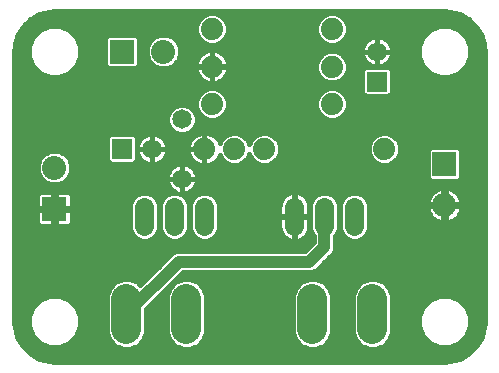
<source format=gbl>
G75*
%MOIN*%
%OFA0B0*%
%FSLAX24Y24*%
%IPPOS*%
%LPD*%
%AMOC8*
5,1,8,0,0,1.08239X$1,22.5*
%
%ADD10C,0.0640*%
%ADD11C,0.0650*%
%ADD12R,0.0650X0.0650*%
%ADD13C,0.0740*%
%ADD14R,0.0800X0.0800*%
%ADD15C,0.0800*%
%ADD16C,0.1000*%
%ADD17C,0.0160*%
%ADD18C,0.0400*%
D10*
X004680Y004860D02*
X004680Y005500D01*
X005680Y005500D02*
X005680Y004860D01*
X006680Y004860D02*
X006680Y005500D01*
X009680Y005500D02*
X009680Y004860D01*
X010680Y004860D02*
X010680Y005500D01*
X011680Y005500D02*
X011680Y004860D01*
D11*
X005930Y006446D03*
X004930Y007430D03*
X005930Y008414D03*
X012430Y010680D03*
D12*
X012430Y009680D03*
X003930Y007430D03*
D13*
X006680Y007430D03*
X007680Y007430D03*
X008680Y007430D03*
X006930Y008930D03*
X006930Y010180D03*
X006930Y011430D03*
X010930Y011430D03*
X010930Y010180D03*
X010930Y008930D03*
X012680Y007430D03*
D14*
X014680Y006930D03*
X003930Y010680D03*
X001680Y005430D03*
D15*
X001680Y006808D03*
X005308Y010680D03*
X014680Y005552D03*
D16*
X012280Y002430D02*
X012280Y001430D01*
X010280Y001430D02*
X010280Y002430D01*
X006080Y002430D02*
X006080Y001430D01*
X004080Y001430D02*
X004080Y002430D01*
D17*
X000826Y000656D02*
X015534Y000656D01*
X015496Y000617D02*
X015193Y000442D01*
X014855Y000351D01*
X014680Y000340D01*
X001680Y000340D01*
X001505Y000351D01*
X001167Y000442D01*
X000864Y000617D01*
X000617Y000864D01*
X000442Y001167D01*
X000351Y001505D01*
X000340Y001680D01*
X000340Y010680D01*
X000351Y010855D01*
X000442Y011193D01*
X000617Y011496D01*
X000864Y011743D01*
X001167Y011918D01*
X001505Y012009D01*
X001680Y012020D01*
X014680Y012020D01*
X014855Y012009D01*
X015193Y011918D01*
X015496Y011743D01*
X015743Y011496D01*
X015918Y011193D01*
X016009Y010855D01*
X016020Y010680D01*
X016020Y001680D01*
X016009Y001505D01*
X015918Y001167D01*
X015743Y000864D01*
X015496Y000617D01*
X015288Y000497D02*
X001072Y000497D01*
X001167Y000442D02*
X001167Y000442D01*
X001199Y000959D02*
X001511Y000830D01*
X001630Y000830D01*
X001849Y000830D01*
X002161Y000959D01*
X002161Y000959D01*
X002401Y001199D01*
X002530Y001511D01*
X002530Y001849D01*
X002401Y002161D01*
X002401Y002161D01*
X002161Y002401D01*
X001849Y002530D01*
X001511Y002530D01*
X001199Y002401D01*
X001199Y002401D01*
X000959Y002161D01*
X000830Y001849D01*
X000830Y001511D01*
X000959Y001199D01*
X001199Y000959D01*
X001199Y000959D01*
X001199Y000959D01*
X001185Y000973D02*
X000554Y000973D01*
X000667Y000814D02*
X003842Y000814D01*
X003949Y000770D02*
X003706Y000870D01*
X003520Y001056D01*
X003420Y001299D01*
X003420Y002561D01*
X003520Y002804D01*
X003706Y002990D01*
X003949Y003090D01*
X004211Y003090D01*
X004454Y002990D01*
X004542Y002901D01*
X005626Y003985D01*
X005758Y004040D01*
X010031Y004040D01*
X010320Y004329D01*
X010320Y004541D01*
X010273Y004588D01*
X010200Y004765D01*
X010200Y005595D01*
X010273Y005772D01*
X010408Y005907D01*
X010585Y005980D01*
X010775Y005980D01*
X010952Y005907D01*
X011087Y005772D01*
X011160Y005595D01*
X011160Y004765D01*
X011087Y004588D01*
X011040Y004541D01*
X011040Y004108D01*
X010985Y003976D01*
X010485Y003476D01*
X010384Y003375D01*
X010252Y003320D01*
X005979Y003320D01*
X004740Y002081D01*
X004740Y001299D01*
X004640Y001056D01*
X004454Y000870D01*
X004211Y000770D01*
X003949Y000770D01*
X004318Y000814D02*
X005842Y000814D01*
X005949Y000770D02*
X005706Y000870D01*
X005520Y001056D01*
X005420Y001299D01*
X005420Y002561D01*
X005520Y002804D01*
X005706Y002990D01*
X005949Y003090D01*
X006211Y003090D01*
X006454Y002990D01*
X006640Y002804D01*
X006740Y002561D01*
X006740Y001299D01*
X006640Y001056D01*
X006454Y000870D01*
X006211Y000770D01*
X005949Y000770D01*
X006318Y000814D02*
X010042Y000814D01*
X010149Y000770D02*
X009906Y000870D01*
X009720Y001056D01*
X009620Y001299D01*
X009620Y002561D01*
X009720Y002804D01*
X009906Y002990D01*
X010149Y003090D01*
X010411Y003090D01*
X010654Y002990D01*
X010840Y002804D01*
X010940Y002561D01*
X010940Y001299D01*
X010840Y001056D01*
X010654Y000870D01*
X010411Y000770D01*
X010149Y000770D01*
X010518Y000814D02*
X012042Y000814D01*
X012149Y000770D02*
X011906Y000870D01*
X011720Y001056D01*
X011620Y001299D01*
X011620Y002561D01*
X011720Y002804D01*
X011906Y002990D01*
X012149Y003090D01*
X012411Y003090D01*
X012654Y002990D01*
X012840Y002804D01*
X012940Y002561D01*
X012940Y001299D01*
X012840Y001056D01*
X012654Y000870D01*
X012411Y000770D01*
X012149Y000770D01*
X012518Y000814D02*
X015693Y000814D01*
X015806Y000973D02*
X015175Y000973D01*
X015161Y000959D02*
X015401Y001199D01*
X015530Y001511D01*
X015530Y001849D01*
X015401Y002161D01*
X015401Y002161D01*
X015161Y002401D01*
X014849Y002530D01*
X014511Y002530D01*
X014199Y002401D01*
X014199Y002401D01*
X013959Y002161D01*
X013830Y001849D01*
X013830Y001511D01*
X013959Y001199D01*
X014199Y000959D01*
X014511Y000830D01*
X014730Y000830D01*
X014849Y000830D01*
X014849Y000830D01*
X015161Y000959D01*
X015161Y000959D01*
X015333Y001131D02*
X015897Y001131D01*
X015951Y001290D02*
X015438Y001290D01*
X015401Y001199D02*
X015401Y001199D01*
X015504Y001448D02*
X015993Y001448D01*
X016015Y001607D02*
X015530Y001607D01*
X015530Y001765D02*
X016020Y001765D01*
X016020Y001924D02*
X015499Y001924D01*
X015434Y002082D02*
X016020Y002082D01*
X016020Y002241D02*
X015322Y002241D01*
X015163Y002399D02*
X016020Y002399D01*
X016020Y002558D02*
X012940Y002558D01*
X012940Y002399D02*
X014197Y002399D01*
X014038Y002241D02*
X012940Y002241D01*
X012940Y002082D02*
X013926Y002082D01*
X013959Y002161D02*
X013959Y002161D01*
X013861Y001924D02*
X012940Y001924D01*
X012940Y001765D02*
X013830Y001765D01*
X013830Y001607D02*
X012940Y001607D01*
X012940Y001448D02*
X013856Y001448D01*
X013922Y001290D02*
X012936Y001290D01*
X012871Y001131D02*
X014027Y001131D01*
X013959Y001199D02*
X013959Y001199D01*
X014185Y000973D02*
X012756Y000973D01*
X011804Y000973D02*
X010756Y000973D01*
X010871Y001131D02*
X011689Y001131D01*
X011624Y001290D02*
X010936Y001290D01*
X010940Y001448D02*
X011620Y001448D01*
X011620Y001607D02*
X010940Y001607D01*
X010940Y001765D02*
X011620Y001765D01*
X011620Y001924D02*
X010940Y001924D01*
X010940Y002082D02*
X011620Y002082D01*
X011620Y002241D02*
X010940Y002241D01*
X010940Y002399D02*
X011620Y002399D01*
X011620Y002558D02*
X010940Y002558D01*
X010876Y002716D02*
X011684Y002716D01*
X011791Y002875D02*
X010769Y002875D01*
X010549Y003033D02*
X012011Y003033D01*
X012549Y003033D02*
X016020Y003033D01*
X016020Y002875D02*
X012769Y002875D01*
X012876Y002716D02*
X016020Y002716D01*
X016020Y003192D02*
X005851Y003192D01*
X005811Y003033D02*
X005692Y003033D01*
X005591Y002875D02*
X005534Y002875D01*
X005484Y002716D02*
X005375Y002716D01*
X005420Y002558D02*
X005217Y002558D01*
X005058Y002399D02*
X005420Y002399D01*
X005420Y002241D02*
X004900Y002241D01*
X004741Y002082D02*
X005420Y002082D01*
X005420Y001924D02*
X004740Y001924D01*
X004740Y001765D02*
X005420Y001765D01*
X005420Y001607D02*
X004740Y001607D01*
X004740Y001448D02*
X005420Y001448D01*
X005424Y001290D02*
X004736Y001290D01*
X004671Y001131D02*
X005489Y001131D01*
X005604Y000973D02*
X004556Y000973D01*
X003604Y000973D02*
X002175Y000973D01*
X002333Y001131D02*
X003489Y001131D01*
X003424Y001290D02*
X002438Y001290D01*
X002401Y001199D02*
X002401Y001199D01*
X002504Y001448D02*
X003420Y001448D01*
X003420Y001607D02*
X002530Y001607D01*
X002530Y001765D02*
X003420Y001765D01*
X003420Y001924D02*
X002499Y001924D01*
X002434Y002082D02*
X003420Y002082D01*
X003420Y002241D02*
X002322Y002241D01*
X002163Y002399D02*
X003420Y002399D01*
X003420Y002558D02*
X000340Y002558D01*
X000340Y002716D02*
X003484Y002716D01*
X003591Y002875D02*
X000340Y002875D01*
X000340Y003033D02*
X003811Y003033D01*
X004349Y003033D02*
X004674Y003033D01*
X004832Y003192D02*
X000340Y003192D01*
X000340Y003350D02*
X004991Y003350D01*
X005149Y003509D02*
X000340Y003509D01*
X000340Y003667D02*
X005308Y003667D01*
X005466Y003826D02*
X000340Y003826D01*
X000340Y003984D02*
X005625Y003984D01*
X005585Y004380D02*
X005775Y004380D01*
X005952Y004453D01*
X006087Y004588D01*
X006160Y004765D01*
X006160Y005595D01*
X006087Y005772D01*
X005952Y005907D01*
X005858Y005946D01*
X005890Y005941D01*
X005930Y005941D01*
X005970Y005941D01*
X006048Y005953D01*
X006124Y005978D01*
X006195Y006014D01*
X006259Y006061D01*
X006315Y006117D01*
X006362Y006181D01*
X006398Y006252D01*
X006423Y006327D01*
X006435Y006406D01*
X006435Y006446D01*
X006435Y006485D01*
X006423Y006564D01*
X006398Y006640D01*
X006362Y006710D01*
X006315Y006775D01*
X006259Y006831D01*
X006195Y006878D01*
X006124Y006914D01*
X006048Y006938D01*
X005970Y006951D01*
X005930Y006951D01*
X005890Y006951D01*
X005812Y006938D01*
X005736Y006914D01*
X005665Y006878D01*
X005601Y006831D01*
X005545Y006775D01*
X005498Y006710D01*
X005462Y006640D01*
X005437Y006564D01*
X005425Y006485D01*
X005425Y006446D01*
X005930Y006446D01*
X005930Y006951D01*
X005930Y006446D01*
X005930Y006446D01*
X006435Y006446D01*
X005930Y006446D01*
X005930Y006446D01*
X005930Y006446D01*
X005425Y006446D01*
X005425Y006406D01*
X005437Y006327D01*
X005462Y006252D01*
X005498Y006181D01*
X005545Y006117D01*
X005601Y006061D01*
X005665Y006014D01*
X005732Y005980D01*
X005585Y005980D01*
X005408Y005907D01*
X005273Y005772D01*
X005200Y005595D01*
X005200Y004765D01*
X005273Y004588D01*
X005408Y004453D01*
X005585Y004380D01*
X005402Y004460D02*
X004958Y004460D01*
X004952Y004453D02*
X005087Y004588D01*
X005160Y004765D01*
X005160Y005595D01*
X005087Y005772D01*
X004952Y005907D01*
X004775Y005980D01*
X004585Y005980D01*
X004408Y005907D01*
X004273Y005772D01*
X004200Y005595D01*
X004200Y004765D01*
X004273Y004588D01*
X004408Y004453D01*
X004585Y004380D01*
X004775Y004380D01*
X004952Y004453D01*
X005099Y004618D02*
X005261Y004618D01*
X005200Y004777D02*
X005160Y004777D01*
X005160Y004935D02*
X005200Y004935D01*
X005200Y005094D02*
X005160Y005094D01*
X005160Y005252D02*
X005200Y005252D01*
X005200Y005411D02*
X005160Y005411D01*
X005160Y005569D02*
X005200Y005569D01*
X005255Y005728D02*
X005105Y005728D01*
X004973Y005886D02*
X005387Y005886D01*
X005623Y006045D02*
X000340Y006045D01*
X000340Y005886D02*
X001109Y005886D01*
X001112Y005899D02*
X001100Y005854D01*
X001100Y005468D01*
X001642Y005468D01*
X001642Y006010D01*
X001256Y006010D01*
X001211Y005998D01*
X001169Y005974D01*
X001136Y005941D01*
X001112Y005899D01*
X001100Y005728D02*
X000340Y005728D01*
X000340Y005569D02*
X001100Y005569D01*
X001100Y005392D02*
X001100Y005006D01*
X001112Y004961D01*
X001136Y004919D01*
X001169Y004886D01*
X001211Y004862D01*
X001256Y004850D01*
X001642Y004850D01*
X001642Y005392D01*
X001718Y005392D01*
X001718Y005468D01*
X001642Y005468D01*
X001642Y005392D01*
X001100Y005392D01*
X001100Y005252D02*
X000340Y005252D01*
X000340Y005094D02*
X001100Y005094D01*
X001127Y004935D02*
X000340Y004935D01*
X000340Y004777D02*
X004200Y004777D01*
X004200Y004935D02*
X002233Y004935D01*
X002224Y004919D02*
X002248Y004961D01*
X002260Y005006D01*
X002260Y005392D01*
X001718Y005392D01*
X001718Y004850D01*
X002104Y004850D01*
X002149Y004862D01*
X002191Y004886D01*
X002224Y004919D01*
X002260Y005094D02*
X004200Y005094D01*
X004200Y005252D02*
X002260Y005252D01*
X002260Y005468D02*
X002260Y005854D01*
X002248Y005899D01*
X002224Y005941D01*
X002191Y005974D01*
X002149Y005998D01*
X002104Y006010D01*
X001718Y006010D01*
X001718Y005468D01*
X002260Y005468D01*
X002260Y005569D02*
X004200Y005569D01*
X004255Y005728D02*
X002260Y005728D01*
X002251Y005886D02*
X004387Y005886D01*
X004200Y005411D02*
X001718Y005411D01*
X001642Y005411D02*
X000340Y005411D01*
X000340Y004618D02*
X004261Y004618D01*
X004402Y004460D02*
X000340Y004460D01*
X000340Y004301D02*
X010292Y004301D01*
X010133Y004143D02*
X000340Y004143D01*
X001642Y004935D02*
X001718Y004935D01*
X001718Y005094D02*
X001642Y005094D01*
X001642Y005252D02*
X001718Y005252D01*
X001718Y005569D02*
X001642Y005569D01*
X001642Y005728D02*
X001718Y005728D01*
X001718Y005886D02*
X001642Y005886D01*
X001569Y006248D02*
X001791Y006248D01*
X001997Y006333D01*
X002155Y006491D01*
X002240Y006697D01*
X002240Y006919D01*
X002155Y007125D01*
X001997Y007283D01*
X001791Y007368D01*
X001569Y007368D01*
X001363Y007283D01*
X001205Y007125D01*
X001120Y006919D01*
X001120Y006697D01*
X001205Y006491D01*
X001363Y006333D01*
X001569Y006248D01*
X001334Y006362D02*
X000340Y006362D01*
X000340Y006520D02*
X001193Y006520D01*
X001127Y006679D02*
X000340Y006679D01*
X000340Y006837D02*
X001120Y006837D01*
X001152Y006996D02*
X000340Y006996D01*
X000340Y007154D02*
X001234Y007154D01*
X001435Y007313D02*
X000340Y007313D01*
X000340Y007471D02*
X003445Y007471D01*
X003445Y007313D02*
X001925Y007313D01*
X002126Y007154D02*
X003445Y007154D01*
X003445Y007039D02*
X003539Y006945D01*
X004321Y006945D01*
X004415Y007039D01*
X004415Y007821D01*
X004321Y007915D01*
X003539Y007915D01*
X003445Y007821D01*
X003445Y007039D01*
X003488Y006996D02*
X002208Y006996D01*
X002240Y006837D02*
X005609Y006837D01*
X005482Y006679D02*
X002233Y006679D01*
X002167Y006520D02*
X005430Y006520D01*
X005432Y006362D02*
X002026Y006362D01*
X000340Y006203D02*
X005487Y006203D01*
X005930Y006203D02*
X005930Y006203D01*
X005930Y006362D02*
X005930Y006362D01*
X005930Y006446D02*
X005930Y005941D01*
X005930Y006446D01*
X005930Y006446D01*
X005930Y006520D02*
X005930Y006520D01*
X005930Y006679D02*
X005930Y006679D01*
X005930Y006837D02*
X005930Y006837D01*
X006251Y006837D02*
X014120Y006837D01*
X014120Y006679D02*
X006378Y006679D01*
X006469Y006920D02*
X006551Y006894D01*
X006637Y006880D01*
X006680Y006880D01*
X006723Y006880D01*
X006809Y006894D01*
X006891Y006920D01*
X006968Y006960D01*
X007038Y007010D01*
X007100Y007072D01*
X007150Y007142D01*
X007190Y007219D01*
X007191Y007224D01*
X007231Y007130D01*
X007380Y006981D01*
X007575Y006900D01*
X007785Y006900D01*
X007980Y006981D01*
X008129Y007130D01*
X008180Y007252D01*
X008231Y007130D01*
X008380Y006981D01*
X008575Y006900D01*
X008785Y006900D01*
X008980Y006981D01*
X009129Y007130D01*
X009210Y007325D01*
X009210Y007535D01*
X009129Y007730D01*
X008980Y007879D01*
X008785Y007960D01*
X008575Y007960D01*
X008380Y007879D01*
X008231Y007730D01*
X008180Y007608D01*
X008129Y007730D01*
X007980Y007879D01*
X007785Y007960D01*
X007575Y007960D01*
X007380Y007879D01*
X007231Y007730D01*
X007191Y007636D01*
X007190Y007641D01*
X007150Y007718D01*
X007100Y007788D01*
X007288Y007788D01*
X007100Y007788D02*
X007038Y007850D01*
X006968Y007900D01*
X006891Y007940D01*
X006809Y007966D01*
X006723Y007980D01*
X006680Y007980D01*
X006680Y007430D01*
X006680Y007430D01*
X006680Y007980D01*
X006637Y007980D01*
X006551Y007966D01*
X006469Y007940D01*
X006392Y007900D01*
X006322Y007850D01*
X006260Y007788D01*
X005286Y007788D01*
X005259Y007815D02*
X005195Y007862D01*
X005124Y007898D01*
X005048Y007923D01*
X004970Y007935D01*
X004930Y007935D01*
X004930Y007430D01*
X005435Y007430D01*
X005435Y007470D01*
X005423Y007548D01*
X005398Y007624D01*
X005362Y007695D01*
X005315Y007759D01*
X005259Y007815D01*
X005395Y007630D02*
X006167Y007630D01*
X006170Y007641D02*
X006144Y007559D01*
X006130Y007473D01*
X006130Y007430D01*
X006680Y007430D01*
X006680Y006880D01*
X006680Y007430D01*
X006680Y007430D01*
X006680Y007430D01*
X006130Y007430D01*
X006130Y007387D01*
X006144Y007301D01*
X006170Y007219D01*
X006210Y007142D01*
X006260Y007072D01*
X006322Y007010D01*
X006392Y006960D01*
X006469Y006920D01*
X006342Y006996D02*
X005190Y006996D01*
X005195Y006998D02*
X005259Y007045D01*
X005315Y007101D01*
X005362Y007165D01*
X005398Y007236D01*
X005423Y007312D01*
X005435Y007390D01*
X005435Y007430D01*
X004930Y007430D01*
X004930Y007430D01*
X004930Y007430D01*
X004930Y006925D01*
X004970Y006925D01*
X005048Y006937D01*
X005124Y006962D01*
X005195Y006998D01*
X005354Y007154D02*
X006203Y007154D01*
X006142Y007313D02*
X005423Y007313D01*
X005435Y007471D02*
X006130Y007471D01*
X006170Y007641D02*
X006210Y007718D01*
X006260Y007788D01*
X006205Y008003D02*
X006341Y008140D01*
X006415Y008318D01*
X006415Y008511D01*
X006341Y008689D01*
X006205Y008825D01*
X006026Y008899D01*
X005834Y008899D01*
X005655Y008825D01*
X005519Y008689D01*
X005445Y008511D01*
X005445Y008318D01*
X005519Y008140D01*
X005655Y008003D01*
X005834Y007929D01*
X006026Y007929D01*
X006205Y008003D01*
X006307Y008105D02*
X016020Y008105D01*
X016020Y007947D02*
X012818Y007947D01*
X012785Y007960D02*
X012575Y007960D01*
X012380Y007879D01*
X012231Y007730D01*
X012150Y007535D01*
X012150Y007325D01*
X012231Y007130D01*
X012380Y006981D01*
X012575Y006900D01*
X012785Y006900D01*
X012980Y006981D01*
X013129Y007130D01*
X013210Y007325D01*
X013210Y007535D01*
X013129Y007730D01*
X012980Y007879D01*
X012785Y007960D01*
X013072Y007788D02*
X016020Y007788D01*
X016020Y007630D02*
X013171Y007630D01*
X013210Y007471D02*
X014195Y007471D01*
X014214Y007490D02*
X014120Y007396D01*
X014120Y006464D01*
X014214Y006370D01*
X015146Y006370D01*
X015240Y006464D01*
X015240Y007396D01*
X015146Y007490D01*
X014214Y007490D01*
X014120Y007313D02*
X013205Y007313D01*
X013139Y007154D02*
X014120Y007154D01*
X014120Y006996D02*
X012995Y006996D01*
X012365Y006996D02*
X008995Y006996D01*
X009139Y007154D02*
X012221Y007154D01*
X012155Y007313D02*
X009205Y007313D01*
X009210Y007471D02*
X012150Y007471D01*
X012189Y007630D02*
X009171Y007630D01*
X009072Y007788D02*
X012288Y007788D01*
X012542Y007947D02*
X008818Y007947D01*
X008542Y007947D02*
X007818Y007947D01*
X007542Y007947D02*
X006870Y007947D01*
X006680Y007947D02*
X006680Y007947D01*
X006680Y007788D02*
X006680Y007788D01*
X006490Y007947D02*
X006068Y007947D01*
X005792Y007947D02*
X000340Y007947D01*
X000340Y008105D02*
X005553Y008105D01*
X005467Y008264D02*
X000340Y008264D01*
X000340Y008422D02*
X005445Y008422D01*
X005474Y008581D02*
X000340Y008581D01*
X000340Y008739D02*
X005569Y008739D01*
X005829Y008898D02*
X000340Y008898D01*
X000340Y009056D02*
X006409Y009056D01*
X006400Y009035D02*
X006400Y008825D01*
X006481Y008630D01*
X006630Y008481D01*
X006825Y008400D01*
X007035Y008400D01*
X007230Y008481D01*
X007379Y008630D01*
X007460Y008825D01*
X007460Y009035D01*
X007379Y009230D01*
X007230Y009379D01*
X007035Y009460D01*
X006825Y009460D01*
X006630Y009379D01*
X006481Y009230D01*
X006400Y009035D01*
X006474Y009215D02*
X000340Y009215D01*
X000340Y009373D02*
X006623Y009373D01*
X006801Y009644D02*
X006887Y009630D01*
X006921Y009630D01*
X006921Y010171D01*
X006939Y010171D01*
X006939Y010189D01*
X007480Y010189D01*
X007480Y010223D01*
X007466Y010309D01*
X007440Y010391D01*
X007400Y010468D01*
X007350Y010538D01*
X007288Y010600D01*
X007218Y010650D01*
X007141Y010690D01*
X007059Y010716D01*
X006973Y010730D01*
X006939Y010730D01*
X006939Y010189D01*
X006921Y010189D01*
X006921Y010730D01*
X006887Y010730D01*
X006801Y010716D01*
X006719Y010690D01*
X006642Y010650D01*
X006572Y010600D01*
X006510Y010538D01*
X006460Y010468D01*
X006420Y010391D01*
X006394Y010309D01*
X006380Y010223D01*
X006380Y010189D01*
X006921Y010189D01*
X006921Y010171D01*
X006380Y010171D01*
X006380Y010137D01*
X006394Y010051D01*
X006420Y009969D01*
X006460Y009892D01*
X006510Y009822D01*
X006572Y009760D01*
X006642Y009710D01*
X006719Y009670D01*
X006801Y009644D01*
X006921Y009690D02*
X006939Y009690D01*
X006939Y009630D02*
X006973Y009630D01*
X007059Y009644D01*
X007141Y009670D01*
X007218Y009710D01*
X007288Y009760D01*
X007350Y009822D01*
X007400Y009892D01*
X007440Y009969D01*
X007466Y010051D01*
X007480Y010137D01*
X007480Y010171D01*
X006939Y010171D01*
X006939Y009630D01*
X007180Y009690D02*
X010728Y009690D01*
X010825Y009650D02*
X010630Y009731D01*
X010481Y009880D01*
X010400Y010075D01*
X010400Y010285D01*
X010481Y010480D01*
X010630Y010629D01*
X010825Y010710D01*
X011035Y010710D01*
X011230Y010629D01*
X011379Y010480D01*
X011460Y010285D01*
X011460Y010075D01*
X011379Y009880D01*
X011230Y009731D01*
X011035Y009650D01*
X010825Y009650D01*
X010825Y009460D02*
X010630Y009379D01*
X010481Y009230D01*
X010400Y009035D01*
X010400Y008825D01*
X010481Y008630D01*
X010630Y008481D01*
X010825Y008400D01*
X011035Y008400D01*
X011230Y008481D01*
X011379Y008630D01*
X011460Y008825D01*
X011460Y009035D01*
X011379Y009230D01*
X011230Y009379D01*
X011035Y009460D01*
X010825Y009460D01*
X010623Y009373D02*
X007237Y009373D01*
X007386Y009215D02*
X010474Y009215D01*
X010409Y009056D02*
X007451Y009056D01*
X007460Y008898D02*
X010400Y008898D01*
X010435Y008739D02*
X007425Y008739D01*
X007330Y008581D02*
X010530Y008581D01*
X010771Y008422D02*
X007089Y008422D01*
X006771Y008422D02*
X006415Y008422D01*
X006386Y008581D02*
X006530Y008581D01*
X006435Y008739D02*
X006291Y008739D01*
X006400Y008898D02*
X006031Y008898D01*
X006393Y008264D02*
X016020Y008264D01*
X016020Y008422D02*
X011089Y008422D01*
X011330Y008581D02*
X016020Y008581D01*
X016020Y008739D02*
X011425Y008739D01*
X011460Y008898D02*
X016020Y008898D01*
X016020Y009056D02*
X011451Y009056D01*
X011386Y009215D02*
X012019Y009215D01*
X012039Y009195D02*
X011945Y009289D01*
X011945Y010071D01*
X012039Y010165D01*
X012821Y010165D01*
X012915Y010071D01*
X012915Y009289D01*
X012821Y009195D01*
X012039Y009195D01*
X011945Y009373D02*
X011237Y009373D01*
X011132Y009690D02*
X011945Y009690D01*
X011945Y009532D02*
X000340Y009532D01*
X000340Y009690D02*
X006680Y009690D01*
X006491Y009849D02*
X001894Y009849D01*
X001849Y009830D02*
X002161Y009959D01*
X002161Y009959D01*
X002401Y010199D01*
X002530Y010511D01*
X002530Y010849D01*
X002401Y011161D01*
X002161Y011401D01*
X001849Y011530D01*
X001511Y011530D01*
X001199Y011401D01*
X001199Y011401D01*
X000959Y011161D01*
X000830Y010849D01*
X000830Y010511D01*
X000959Y010199D01*
X001199Y009959D01*
X001511Y009830D01*
X001630Y009830D01*
X001849Y009830D01*
X002209Y010007D02*
X006408Y010007D01*
X006380Y010166D02*
X005529Y010166D01*
X005625Y010205D02*
X005419Y010120D01*
X005197Y010120D01*
X004991Y010205D01*
X004833Y010363D01*
X004748Y010569D01*
X004748Y010791D01*
X004833Y010997D01*
X004991Y011155D01*
X005197Y011240D01*
X005419Y011240D01*
X005625Y011155D01*
X005783Y010997D01*
X005868Y010791D01*
X005868Y010569D01*
X005783Y010363D01*
X005625Y010205D01*
X005744Y010324D02*
X006398Y010324D01*
X006470Y010483D02*
X005832Y010483D01*
X005868Y010641D02*
X006629Y010641D01*
X006921Y010641D02*
X006939Y010641D01*
X006939Y010483D02*
X006921Y010483D01*
X006921Y010324D02*
X006939Y010324D01*
X006939Y010166D02*
X006921Y010166D01*
X006921Y010007D02*
X006939Y010007D01*
X006939Y009849D02*
X006921Y009849D01*
X007369Y009849D02*
X010512Y009849D01*
X010428Y010007D02*
X007452Y010007D01*
X007480Y010166D02*
X010400Y010166D01*
X010416Y010324D02*
X007462Y010324D01*
X007390Y010483D02*
X010483Y010483D01*
X010658Y010641D02*
X007231Y010641D01*
X007175Y010958D02*
X010685Y010958D01*
X010630Y010981D02*
X010825Y010900D01*
X011035Y010900D01*
X011230Y010981D01*
X011379Y011130D01*
X011460Y011325D01*
X011460Y011535D01*
X011379Y011730D01*
X011230Y011879D01*
X011035Y011960D01*
X010825Y011960D01*
X010630Y011879D01*
X010481Y011730D01*
X010400Y011535D01*
X010400Y011325D01*
X010481Y011130D01*
X010630Y010981D01*
X010494Y011117D02*
X007366Y011117D01*
X007379Y011130D02*
X007230Y010981D01*
X007035Y010900D01*
X006825Y010900D01*
X006630Y010981D01*
X006481Y011130D01*
X006400Y011325D01*
X006400Y011535D01*
X006481Y011730D01*
X006630Y011879D01*
X006825Y011960D01*
X007035Y011960D01*
X007230Y011879D01*
X007379Y011730D01*
X007460Y011535D01*
X007460Y011325D01*
X007379Y011130D01*
X007439Y011275D02*
X010421Y011275D01*
X010400Y011434D02*
X007460Y011434D01*
X007437Y011592D02*
X010423Y011592D01*
X010501Y011751D02*
X007359Y011751D01*
X007159Y011909D02*
X010701Y011909D01*
X011159Y011909D02*
X015208Y011909D01*
X015483Y011751D02*
X011359Y011751D01*
X011437Y011592D02*
X015647Y011592D01*
X015779Y011434D02*
X015082Y011434D01*
X015161Y011401D02*
X014849Y011530D01*
X014511Y011530D01*
X014199Y011401D01*
X014199Y011401D01*
X013959Y011161D01*
X013830Y010849D01*
X013830Y010511D01*
X013959Y010199D01*
X013959Y010199D01*
X014199Y009959D01*
X014511Y009830D01*
X014630Y009830D01*
X014849Y009830D01*
X015161Y009959D01*
X015161Y009959D01*
X015401Y010199D01*
X015530Y010511D01*
X015530Y010849D01*
X015401Y011161D01*
X015401Y011161D01*
X015161Y011401D01*
X015161Y011401D01*
X015287Y011275D02*
X015871Y011275D01*
X015938Y011117D02*
X015419Y011117D01*
X015485Y010958D02*
X015981Y010958D01*
X016012Y010800D02*
X015530Y010800D01*
X015530Y010641D02*
X016020Y010641D01*
X016020Y010483D02*
X015518Y010483D01*
X015453Y010324D02*
X016020Y010324D01*
X016020Y010166D02*
X015368Y010166D01*
X015401Y010199D02*
X015401Y010199D01*
X015209Y010007D02*
X016020Y010007D01*
X016020Y009849D02*
X014894Y009849D01*
X014466Y009849D02*
X012915Y009849D01*
X012915Y010007D02*
X014151Y010007D01*
X014199Y009959D02*
X014199Y009959D01*
X013992Y010166D02*
X011460Y010166D01*
X011444Y010324D02*
X012072Y010324D01*
X012045Y010351D02*
X012101Y010295D01*
X012165Y010248D01*
X012236Y010212D01*
X012312Y010187D01*
X012390Y010175D01*
X012430Y010175D01*
X012470Y010175D01*
X012548Y010187D01*
X012624Y010212D01*
X012695Y010248D01*
X012759Y010295D01*
X012815Y010351D01*
X012862Y010415D01*
X012898Y010486D01*
X012923Y010562D01*
X012935Y010640D01*
X012935Y010680D01*
X012935Y010720D01*
X012923Y010798D01*
X012898Y010874D01*
X012862Y010945D01*
X012815Y011009D01*
X012759Y011065D01*
X012695Y011112D01*
X012624Y011148D01*
X012548Y011173D01*
X012470Y011185D01*
X012430Y011185D01*
X012430Y010680D01*
X012430Y010680D01*
X012935Y010680D01*
X012430Y010680D01*
X012430Y010680D01*
X012430Y010680D01*
X011925Y010680D01*
X011925Y010720D01*
X011937Y010798D01*
X011962Y010874D01*
X011998Y010945D01*
X012045Y011009D01*
X012101Y011065D01*
X012165Y011112D01*
X012236Y011148D01*
X012312Y011173D01*
X012390Y011185D01*
X012430Y011185D01*
X012430Y010680D01*
X012430Y010175D01*
X012430Y010680D01*
X012430Y010680D01*
X011925Y010680D01*
X011925Y010640D01*
X011937Y010562D01*
X011962Y010486D01*
X011998Y010415D01*
X012045Y010351D01*
X011964Y010483D02*
X011377Y010483D01*
X011202Y010641D02*
X011925Y010641D01*
X011938Y010800D02*
X005865Y010800D01*
X005799Y010958D02*
X006685Y010958D01*
X006494Y011117D02*
X005663Y011117D01*
X004953Y011117D02*
X004490Y011117D01*
X004490Y011146D02*
X004396Y011240D01*
X003464Y011240D01*
X003370Y011146D01*
X003370Y010214D01*
X003464Y010120D01*
X004396Y010120D01*
X004490Y010214D01*
X004490Y011146D01*
X004490Y010958D02*
X004817Y010958D01*
X004751Y010800D02*
X004490Y010800D01*
X004490Y010641D02*
X004748Y010641D01*
X004784Y010483D02*
X004490Y010483D01*
X004490Y010324D02*
X004872Y010324D01*
X005087Y010166D02*
X004442Y010166D01*
X003418Y010166D02*
X002368Y010166D01*
X002401Y010199D02*
X002401Y010199D01*
X002453Y010324D02*
X003370Y010324D01*
X003370Y010483D02*
X002518Y010483D01*
X002530Y010641D02*
X003370Y010641D01*
X003370Y010800D02*
X002530Y010800D01*
X002485Y010958D02*
X003370Y010958D01*
X003370Y011117D02*
X002419Y011117D01*
X002287Y011275D02*
X006421Y011275D01*
X006400Y011434D02*
X002082Y011434D01*
X002161Y011401D02*
X002161Y011401D01*
X002161Y011401D01*
X001278Y011434D02*
X000581Y011434D01*
X000489Y011275D02*
X001073Y011275D01*
X000959Y011161D02*
X000959Y011161D01*
X000941Y011117D02*
X000422Y011117D01*
X000379Y010958D02*
X000875Y010958D01*
X000830Y010800D02*
X000348Y010800D01*
X000340Y010641D02*
X000830Y010641D01*
X000842Y010483D02*
X000340Y010483D01*
X000340Y010324D02*
X000907Y010324D01*
X000959Y010199D02*
X000959Y010199D01*
X000992Y010166D02*
X000340Y010166D01*
X000340Y010007D02*
X001151Y010007D01*
X001199Y009959D02*
X001199Y009959D01*
X001466Y009849D02*
X000340Y009849D01*
X000713Y011592D02*
X006423Y011592D01*
X006501Y011751D02*
X000877Y011751D01*
X001152Y011909D02*
X006701Y011909D01*
X011175Y010958D02*
X012008Y010958D01*
X012174Y011117D02*
X011366Y011117D01*
X011439Y011275D02*
X014073Y011275D01*
X013959Y011161D02*
X013959Y011161D01*
X013941Y011117D02*
X012686Y011117D01*
X012852Y010958D02*
X013875Y010958D01*
X013830Y010800D02*
X012922Y010800D01*
X012935Y010641D02*
X013830Y010641D01*
X013842Y010483D02*
X012896Y010483D01*
X012788Y010324D02*
X013907Y010324D01*
X012915Y009690D02*
X016020Y009690D01*
X016020Y009532D02*
X012915Y009532D01*
X012915Y009373D02*
X016020Y009373D01*
X016020Y009215D02*
X012841Y009215D01*
X011945Y009849D02*
X011348Y009849D01*
X011432Y010007D02*
X011945Y010007D01*
X012430Y010324D02*
X012430Y010324D01*
X012430Y010483D02*
X012430Y010483D01*
X012430Y010641D02*
X012430Y010641D01*
X012430Y010800D02*
X012430Y010800D01*
X012430Y010958D02*
X012430Y010958D01*
X012430Y011117D02*
X012430Y011117D01*
X011460Y011434D02*
X014278Y011434D01*
X015165Y007471D02*
X016020Y007471D01*
X016020Y007313D02*
X015240Y007313D01*
X015240Y007154D02*
X016020Y007154D01*
X016020Y006996D02*
X015240Y006996D01*
X015240Y006837D02*
X016020Y006837D01*
X016020Y006679D02*
X015240Y006679D01*
X015240Y006520D02*
X016020Y006520D01*
X016020Y006362D02*
X006428Y006362D01*
X006430Y006520D02*
X014120Y006520D01*
X014376Y006048D02*
X014457Y006090D01*
X014544Y006118D01*
X014634Y006132D01*
X014642Y006132D01*
X014642Y005590D01*
X014642Y005514D01*
X014718Y005514D01*
X014718Y004972D01*
X014726Y004972D01*
X014816Y004986D01*
X014903Y005015D01*
X014984Y005056D01*
X015058Y005110D01*
X015122Y005174D01*
X015176Y005248D01*
X015218Y005329D01*
X015246Y005416D01*
X015260Y005506D01*
X015260Y005514D01*
X014718Y005514D01*
X014718Y005590D01*
X015260Y005590D01*
X015260Y005598D01*
X015246Y005688D01*
X015218Y005775D01*
X015176Y005856D01*
X015122Y005930D01*
X015058Y005994D01*
X014984Y006048D01*
X014903Y006090D01*
X014816Y006118D01*
X014726Y006132D01*
X014718Y006132D01*
X014718Y005590D01*
X014642Y005590D01*
X014100Y005590D01*
X014100Y005598D01*
X014114Y005688D01*
X014142Y005775D01*
X014184Y005856D01*
X014238Y005930D01*
X014302Y005994D01*
X014376Y006048D01*
X014371Y006045D02*
X006237Y006045D01*
X006387Y005886D02*
X005973Y005886D01*
X005930Y006045D02*
X005930Y006045D01*
X006105Y005728D02*
X006255Y005728D01*
X006273Y005772D02*
X006200Y005595D01*
X006200Y004765D01*
X006273Y004588D01*
X006408Y004453D01*
X006585Y004380D01*
X006775Y004380D01*
X006952Y004453D01*
X007087Y004588D01*
X007160Y004765D01*
X007160Y005595D01*
X007087Y005772D01*
X006952Y005907D01*
X006775Y005980D01*
X006585Y005980D01*
X006408Y005907D01*
X006273Y005772D01*
X006200Y005569D02*
X006160Y005569D01*
X006160Y005411D02*
X006200Y005411D01*
X006200Y005252D02*
X006160Y005252D01*
X006160Y005094D02*
X006200Y005094D01*
X006200Y004935D02*
X006160Y004935D01*
X006160Y004777D02*
X006200Y004777D01*
X006261Y004618D02*
X006099Y004618D01*
X005958Y004460D02*
X006402Y004460D01*
X006958Y004460D02*
X009381Y004460D01*
X009354Y004479D02*
X009418Y004432D01*
X009488Y004397D01*
X009563Y004372D01*
X009641Y004360D01*
X009660Y004360D01*
X009660Y005160D01*
X009180Y005160D01*
X009180Y004821D01*
X009192Y004743D01*
X009217Y004668D01*
X009252Y004598D01*
X009299Y004534D01*
X009354Y004479D01*
X009242Y004618D02*
X007099Y004618D01*
X007160Y004777D02*
X009187Y004777D01*
X009180Y004935D02*
X007160Y004935D01*
X007160Y005094D02*
X009180Y005094D01*
X009180Y005200D02*
X009660Y005200D01*
X009660Y006000D01*
X009641Y006000D01*
X009563Y005988D01*
X009488Y005963D01*
X009418Y005928D01*
X009354Y005881D01*
X009299Y005826D01*
X009252Y005762D01*
X009217Y005692D01*
X009192Y005617D01*
X009180Y005539D01*
X009180Y005200D01*
X009180Y005252D02*
X007160Y005252D01*
X007160Y005411D02*
X009180Y005411D01*
X009185Y005569D02*
X007160Y005569D01*
X007105Y005728D02*
X009235Y005728D01*
X009361Y005886D02*
X006973Y005886D01*
X006373Y006203D02*
X016020Y006203D01*
X016020Y006045D02*
X014989Y006045D01*
X015154Y005886D02*
X016020Y005886D01*
X016020Y005728D02*
X015233Y005728D01*
X015244Y005411D02*
X016020Y005411D01*
X016020Y005252D02*
X015178Y005252D01*
X015036Y005094D02*
X016020Y005094D01*
X016020Y004935D02*
X012160Y004935D01*
X012160Y004777D02*
X016020Y004777D01*
X016020Y004618D02*
X012099Y004618D01*
X012087Y004588D02*
X012160Y004765D01*
X012160Y005595D01*
X012087Y005772D01*
X011952Y005907D01*
X011775Y005980D01*
X011585Y005980D01*
X011408Y005907D01*
X011273Y005772D01*
X011200Y005595D01*
X011200Y004765D01*
X011273Y004588D01*
X011408Y004453D01*
X011585Y004380D01*
X011775Y004380D01*
X011952Y004453D01*
X012087Y004588D01*
X011958Y004460D02*
X016020Y004460D01*
X016020Y004301D02*
X011040Y004301D01*
X011040Y004143D02*
X016020Y004143D01*
X016020Y003984D02*
X010988Y003984D01*
X010835Y003826D02*
X016020Y003826D01*
X016020Y003667D02*
X010676Y003667D01*
X010518Y003509D02*
X016020Y003509D01*
X016020Y003350D02*
X010324Y003350D01*
X010011Y003033D02*
X006349Y003033D01*
X006569Y002875D02*
X009791Y002875D01*
X009684Y002716D02*
X006676Y002716D01*
X006740Y002558D02*
X009620Y002558D01*
X009620Y002399D02*
X006740Y002399D01*
X006740Y002241D02*
X009620Y002241D01*
X009620Y002082D02*
X006740Y002082D01*
X006740Y001924D02*
X009620Y001924D01*
X009620Y001765D02*
X006740Y001765D01*
X006740Y001607D02*
X009620Y001607D01*
X009620Y001448D02*
X006740Y001448D01*
X006736Y001290D02*
X009624Y001290D01*
X009689Y001131D02*
X006671Y001131D01*
X006556Y000973D02*
X009804Y000973D01*
X014199Y000959D02*
X014199Y000959D01*
X015161Y002401D02*
X015161Y002401D01*
X014642Y004972D02*
X014642Y005514D01*
X014100Y005514D01*
X014100Y005506D01*
X014114Y005416D01*
X014142Y005329D01*
X014184Y005248D01*
X014238Y005174D01*
X014302Y005110D01*
X014376Y005056D01*
X014457Y005015D01*
X014544Y004986D01*
X014634Y004972D01*
X014642Y004972D01*
X014642Y005094D02*
X014718Y005094D01*
X014718Y005252D02*
X014642Y005252D01*
X014642Y005411D02*
X014718Y005411D01*
X014718Y005569D02*
X016020Y005569D01*
X014718Y005728D02*
X014642Y005728D01*
X014642Y005886D02*
X014718Y005886D01*
X014718Y006045D02*
X014642Y006045D01*
X014206Y005886D02*
X011973Y005886D01*
X012105Y005728D02*
X014127Y005728D01*
X014116Y005411D02*
X012160Y005411D01*
X012160Y005252D02*
X014182Y005252D01*
X014324Y005094D02*
X012160Y005094D01*
X012160Y005569D02*
X014642Y005569D01*
X011387Y005886D02*
X010973Y005886D01*
X011105Y005728D02*
X011255Y005728D01*
X011200Y005569D02*
X011160Y005569D01*
X011160Y005411D02*
X011200Y005411D01*
X011200Y005252D02*
X011160Y005252D01*
X011160Y005094D02*
X011200Y005094D01*
X011200Y004935D02*
X011160Y004935D01*
X011160Y004777D02*
X011200Y004777D01*
X011261Y004618D02*
X011099Y004618D01*
X011040Y004460D02*
X011402Y004460D01*
X010320Y004460D02*
X009979Y004460D01*
X010006Y004479D02*
X009942Y004432D01*
X009872Y004397D01*
X009797Y004372D01*
X009719Y004360D01*
X009700Y004360D01*
X009700Y005160D01*
X009700Y005200D01*
X009660Y005200D01*
X009660Y005160D01*
X009700Y005160D01*
X010180Y005160D01*
X010180Y004821D01*
X010168Y004743D01*
X010143Y004668D01*
X010108Y004598D01*
X010061Y004534D01*
X010006Y004479D01*
X010118Y004618D02*
X010261Y004618D01*
X010200Y004777D02*
X010173Y004777D01*
X010180Y004935D02*
X010200Y004935D01*
X010200Y005094D02*
X010180Y005094D01*
X010180Y005200D02*
X010180Y005539D01*
X010168Y005617D01*
X010143Y005692D01*
X010108Y005762D01*
X010061Y005826D01*
X010006Y005881D01*
X009942Y005928D01*
X009872Y005963D01*
X009797Y005988D01*
X009719Y006000D01*
X009700Y006000D01*
X009700Y005200D01*
X010180Y005200D01*
X010180Y005252D02*
X010200Y005252D01*
X010200Y005411D02*
X010180Y005411D01*
X010175Y005569D02*
X010200Y005569D01*
X010255Y005728D02*
X010125Y005728D01*
X009999Y005886D02*
X010387Y005886D01*
X009700Y005886D02*
X009660Y005886D01*
X009660Y005728D02*
X009700Y005728D01*
X009700Y005569D02*
X009660Y005569D01*
X009660Y005411D02*
X009700Y005411D01*
X009700Y005252D02*
X009660Y005252D01*
X009660Y005094D02*
X009700Y005094D01*
X009700Y004935D02*
X009660Y004935D01*
X009660Y004777D02*
X009700Y004777D01*
X009700Y004618D02*
X009660Y004618D01*
X009660Y004460D02*
X009700Y004460D01*
X008365Y006996D02*
X007995Y006996D01*
X008139Y007154D02*
X008221Y007154D01*
X008189Y007630D02*
X008171Y007630D01*
X008072Y007788D02*
X008288Y007788D01*
X007221Y007154D02*
X007157Y007154D01*
X007018Y006996D02*
X007365Y006996D01*
X006680Y006996D02*
X006680Y006996D01*
X006680Y007154D02*
X006680Y007154D01*
X006680Y007313D02*
X006680Y007313D01*
X006680Y007471D02*
X006680Y007471D01*
X006680Y007630D02*
X006680Y007630D01*
X004930Y007630D02*
X004930Y007630D01*
X004930Y007471D02*
X004930Y007471D01*
X004930Y007430D02*
X004930Y007935D01*
X004890Y007935D01*
X004812Y007923D01*
X004736Y007898D01*
X004665Y007862D01*
X004601Y007815D01*
X004545Y007759D01*
X004498Y007695D01*
X004462Y007624D01*
X004437Y007548D01*
X004425Y007470D01*
X004425Y007430D01*
X004930Y007430D01*
X004930Y007430D01*
X004930Y007430D01*
X004930Y006925D01*
X004890Y006925D01*
X004812Y006937D01*
X004736Y006962D01*
X004665Y006998D01*
X004601Y007045D01*
X004545Y007101D01*
X004498Y007165D01*
X004462Y007236D01*
X004437Y007312D01*
X004425Y007390D01*
X004425Y007430D01*
X004930Y007430D01*
X004930Y007313D02*
X004930Y007313D01*
X004930Y007154D02*
X004930Y007154D01*
X004930Y006996D02*
X004930Y006996D01*
X004670Y006996D02*
X004372Y006996D01*
X004415Y007154D02*
X004506Y007154D01*
X004437Y007313D02*
X004415Y007313D01*
X004415Y007471D02*
X004425Y007471D01*
X004415Y007630D02*
X004465Y007630D01*
X004415Y007788D02*
X004574Y007788D01*
X004930Y007788D02*
X004930Y007788D01*
X003445Y007788D02*
X000340Y007788D01*
X000340Y007630D02*
X003445Y007630D01*
X002161Y002401D02*
X002161Y002401D01*
X001197Y002399D02*
X000340Y002399D01*
X000340Y002241D02*
X001038Y002241D01*
X000926Y002082D02*
X000340Y002082D01*
X000340Y001924D02*
X000861Y001924D01*
X000830Y001765D02*
X000340Y001765D01*
X000345Y001607D02*
X000830Y001607D01*
X000856Y001448D02*
X000367Y001448D01*
X000409Y001290D02*
X000922Y001290D01*
X000959Y001199D02*
X000959Y001199D01*
X001027Y001131D02*
X000463Y001131D01*
D18*
X004080Y001930D02*
X005830Y003680D01*
X010180Y003680D01*
X010680Y004180D01*
X010680Y005180D01*
M02*

</source>
